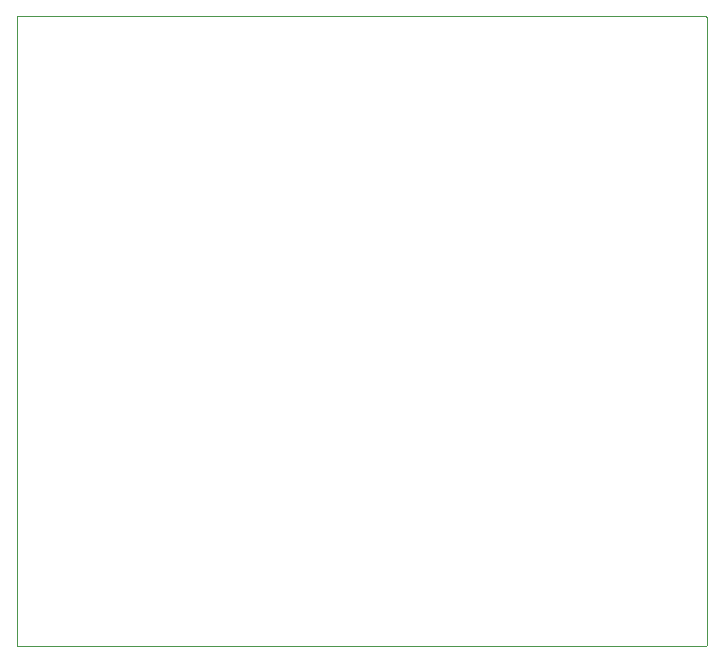
<source format=gbr>
%FSTAX23Y23*%
%MOIN*%
%SFA1B1*%

%IPPOS*%
%ADD24C,0.001000*%
%LNbattery_3.7_pcb_profile-1*%
%LPD*%
G54D24*
X044Y01D02*
Y031D01*
X06694*
X067Y03094*
Y01005*
X06694Y01*
X044*
M02*
</source>
